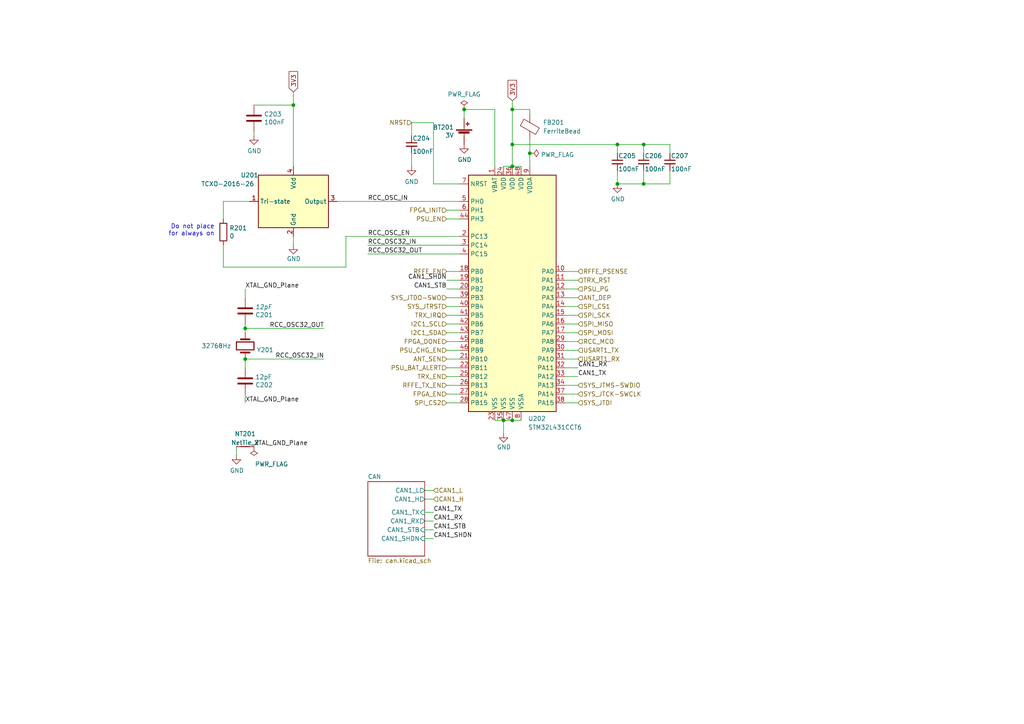
<source format=kicad_sch>
(kicad_sch (version 20211123) (generator eeschema)
  (paper "A4")
  (title_block (title "SIDLOC - MCU") (date "2022-03-10") (company "Libre Space Foundation"))
  (lib_symbols
    (symbol "Device:Battery_Cell" (pin_numbers hide) (pin_names (offset 0) hide)
      (property "Reference" "BT" (at 2.54 2.54 0))
      (property "Value" "Battery_Cell" (at 2.54 0 0))
      (symbol "Battery_Cell_0_1"
        (rectangle (start -2.286 1.778) (end 2.286 1.524) (fill (type outline)))
        (rectangle (start -1.5748 1.1938) (end 1.4732 0.6858) (fill (type outline)))
        (polyline (pts (xy 0 0.762) (xy 0 0)))
        (polyline (pts (xy 0 1.778) (xy 0 2.54)))
        (polyline (pts (xy 0.508 3.429) (xy 1.524 3.429)) (stroke (width 0.254)))
        (polyline (pts (xy 1.016 3.937) (xy 1.016 2.921)) (stroke (width 0.254)))
      )
      (symbol "Battery_Cell_1_1"
        (pin passive line (at 0 5.08 270) (length 2.54) (name "+") (number "1"))
        (pin passive line (at 0 -2.54 90) (length 2.54) (name "-") (number "2"))
      )
    )
    (symbol "Device:C" (pin_numbers hide) (pin_names (offset 0.254))
      (property "Reference" "C" (at 0.635 2.54 0))
      (property "Value" "C" (at 0.635 -2.54 0))
      (symbol "C_0_1"
        (polyline (pts (xy -2.032 -0.762) (xy 2.032 -0.762)) (stroke (width 0.508)))
        (polyline (pts (xy -2.032 0.762) (xy 2.032 0.762)) (stroke (width 0.508)))
      )
      (symbol "C_1_1"
        (pin passive line (at 0 3.81 270) (length 2.794) (name "~") (number "1"))
        (pin passive line (at 0 -3.81 90) (length 2.794) (name "~") (number "2"))
      )
    )
    (symbol "Device:C_Small" (pin_numbers hide) (pin_names (offset 0.254) hide)
      (property "Reference" "C" (at 0.254 1.778 0))
      (property "Value" "C_Small" (at 0.254 -2.032 0))
      (symbol "C_Small_0_1"
        (polyline (pts (xy -1.524 -0.508) (xy 1.524 -0.508)) (stroke (width 0.3302)))
        (polyline (pts (xy -1.524 0.508) (xy 1.524 0.508)) (stroke (width 0.3048)))
      )
      (symbol "C_Small_1_1"
        (pin passive line (at 0 2.54 270) (length 2.032) (name "~") (number "1"))
        (pin passive line (at 0 -2.54 90) (length 2.032) (name "~") (number "2"))
      )
    )
    (symbol "Device:Crystal" (pin_numbers hide) (pin_names (offset 1.016) hide)
      (property "Reference" "Y" (at 0 3.81 0))
      (property "Value" "Crystal" (at 0 -3.81 0))
      (symbol "Crystal_0_1"
        (rectangle (start -1.143 2.54) (end 1.143 -2.54) (stroke (width 0.3048)))
        (polyline (pts (xy -2.54 0) (xy -1.905 0)))
        (polyline (pts (xy -1.905 -1.27) (xy -1.905 1.27)) (stroke (width 0.508)))
        (polyline (pts (xy 1.905 -1.27) (xy 1.905 1.27)) (stroke (width 0.508)))
        (polyline (pts (xy 2.54 0) (xy 1.905 0)))
      )
      (symbol "Crystal_1_1"
        (pin passive line (at -3.81 0 0) (length 1.27) (name "1") (number "1"))
        (pin passive line (at 3.81 0 180) (length 1.27) (name "2") (number "2"))
      )
    )
    (symbol "Device:FerriteBead" (pin_numbers hide) (pin_names (offset 0))
      (property "Reference" "FB" (at -3.81 0.635 90))
      (property "Value" "FerriteBead" (at 3.81 0 90))
      (symbol "FerriteBead_0_1"
        (polyline (pts (xy 0 -1.27) (xy 0 -1.2192)))
        (polyline (pts (xy 0 1.27) (xy 0 1.2954)))
        (polyline (pts (xy -2.7686 0.4064) (xy -1.7018 2.2606) (xy 2.7686 -0.3048) (xy 1.6764 -2.159) (xy -2.7686 0.4064)))
      )
      (symbol "FerriteBead_1_1"
        (pin passive line (at 0 3.81 270) (length 2.54) (name "~") (number "1"))
        (pin passive line (at 0 -3.81 90) (length 2.54) (name "~") (number "2"))
      )
    )
    (symbol "Device:NetTie_2" (pin_numbers hide) (pin_names (offset 0) hide)
      (property "Reference" "NT" (at 0 1.27 0))
      (property "Value" "NetTie_2" (at 0 -1.27 0))
      (symbol "NetTie_2_0_1"
        (polyline (pts (xy -1.27 0) (xy 1.27 0)) (stroke (width 0.254)))
      )
      (symbol "NetTie_2_1_1"
        (pin passive line (at -2.54 0 0) (length 2.54) (name "1") (number "1"))
        (pin passive line (at 2.54 0 180) (length 2.54) (name "2") (number "2"))
      )
    )
    (symbol "Device:R" (pin_numbers hide) (pin_names (offset 0))
      (property "Reference" "R" (at 2.032 0 90))
      (property "Value" "R" (at 0 0 90))
      (symbol "R_0_1"
        (rectangle (start -1.016 -2.54) (end 1.016 2.54) (stroke (width 0.254)))
      )
      (symbol "R_1_1"
        (pin passive line (at 0 3.81 270) (length 1.27) (name "~") (number "1"))
        (pin passive line (at 0 -3.81 90) (length 1.27) (name "~") (number "2"))
      )
    )
    (symbol "MCU_ST_STM32L4:STM32L431CCTx"
      (property "Reference" "U" (at -12.7 34.29 0))
      (property "Value" "STM32L431CCTx" (at 7.62 34.29 0))
      (symbol "STM32L431CCTx_0_1"
        (rectangle (start -12.7 -35.56) (end 12.7 33.02) (stroke (width 0.254)) (fill (type background)))
      )
      (symbol "STM32L431CCTx_1_1"
        (pin power_in line (at -5.08 35.56 270) (length 2.54) (name "VBAT") (number "1"))
        (pin bidirectional line (at 15.24 5.08 180) (length 2.54) (name "PA0") (number "10"))
        (pin bidirectional line (at 15.24 2.54 180) (length 2.54) (name "PA1") (number "11"))
        (pin bidirectional line (at 15.24 0 180) (length 2.54) (name "PA2") (number "12"))
        (pin bidirectional line (at 15.24 -2.54 180) (length 2.54) (name "PA3") (number "13"))
        (pin bidirectional line (at 15.24 -5.08 180) (length 2.54) (name "PA4") (number "14"))
        (pin bidirectional line (at 15.24 -7.62 180) (length 2.54) (name "PA5") (number "15"))
        (pin bidirectional line (at 15.24 -10.16 180) (length 2.54) (name "PA6") (number "16"))
        (pin bidirectional line (at 15.24 -12.7 180) (length 2.54) (name "PA7") (number "17"))
        (pin bidirectional line (at -15.24 5.08 0) (length 2.54) (name "PB0") (number "18"))
        (pin bidirectional line (at -15.24 2.54 0) (length 2.54) (name "PB1") (number "19"))
        (pin bidirectional line (at -15.24 15.24 0) (length 2.54) (name "PC13") (number "2"))
        (pin bidirectional line (at -15.24 0 0) (length 2.54) (name "PB2") (number "20"))
        (pin bidirectional line (at -15.24 -20.32 0) (length 2.54) (name "PB10") (number "21"))
        (pin bidirectional line (at -15.24 -22.86 0) (length 2.54) (name "PB11") (number "22"))
        (pin power_in line (at -5.08 -38.1 90) (length 2.54) (name "VSS") (number "23"))
        (pin power_in line (at -2.54 35.56 270) (length 2.54) (name "VDD") (number "24"))
        (pin bidirectional line (at -15.24 -25.4 0) (length 2.54) (name "PB12") (number "25"))
        (pin bidirectional line (at -15.24 -27.94 0) (length 2.54) (name "PB13") (number "26"))
        (pin bidirectional line (at -15.24 -30.48 0) (length 2.54) (name "PB14") (number "27"))
        (pin bidirectional line (at -15.24 -33.02 0) (length 2.54) (name "PB15") (number "28"))
        (pin bidirectional line (at 15.24 -15.24 180) (length 2.54) (name "PA8") (number "29"))
        (pin bidirectional line (at -15.24 12.7 0) (length 2.54) (name "PC14") (number "3"))
        (pin bidirectional line (at 15.24 -17.78 180) (length 2.54) (name "PA9") (number "30"))
        (pin bidirectional line (at 15.24 -20.32 180) (length 2.54) (name "PA10") (number "31"))
        (pin bidirectional line (at 15.24 -22.86 180) (length 2.54) (name "PA11") (number "32"))
        (pin bidirectional line (at 15.24 -25.4 180) (length 2.54) (name "PA12") (number "33"))
        (pin bidirectional line (at 15.24 -27.94 180) (length 2.54) (name "PA13") (number "34"))
        (pin power_in line (at -2.54 -38.1 90) (length 2.54) (name "VSS") (number "35"))
        (pin power_in line (at 0 35.56 270) (length 2.54) (name "VDD") (number "36"))
        (pin bidirectional line (at 15.24 -30.48 180) (length 2.54) (name "PA14") (number "37"))
        (pin bidirectional line (at 15.24 -33.02 180) (length 2.54) (name "PA15") (number "38"))
        (pin bidirectional line (at -15.24 -2.54 0) (length 2.54) (name "PB3") (number "39"))
        (pin bidirectional line (at -15.24 10.16 0) (length 2.54) (name "PC15") (number "4"))
        (pin bidirectional line (at -15.24 -5.08 0) (length 2.54) (name "PB4") (number "40"))
        (pin bidirectional line (at -15.24 -7.62 0) (length 2.54) (name "PB5") (number "41"))
        (pin bidirectional line (at -15.24 -10.16 0) (length 2.54) (name "PB6") (number "42"))
        (pin bidirectional line (at -15.24 -12.7 0) (length 2.54) (name "PB7") (number "43"))
        (pin bidirectional line (at -15.24 20.32 0) (length 2.54) (name "PH3") (number "44"))
        (pin bidirectional line (at -15.24 -15.24 0) (length 2.54) (name "PB8") (number "45"))
        (pin bidirectional line (at -15.24 -17.78 0) (length 2.54) (name "PB9") (number "46"))
        (pin power_in line (at 0 -38.1 90) (length 2.54) (name "VSS") (number "47"))
        (pin power_in line (at 2.54 35.56 270) (length 2.54) (name "VDD") (number "48"))
        (pin input line (at -15.24 25.4 0) (length 2.54) (name "PH0") (number "5"))
        (pin input line (at -15.24 22.86 0) (length 2.54) (name "PH1") (number "6"))
        (pin input line (at -15.24 30.48 0) (length 2.54) (name "NRST") (number "7"))
        (pin power_in line (at 2.54 -38.1 90) (length 2.54) (name "VSSA") (number "8"))
        (pin power_in line (at 5.08 35.56 270) (length 2.54) (name "VDDA") (number "9"))
      )
    )
    (symbol "lsf-kicad:ECS-TXO-2520"
      (property "Reference" "U" (at 10.16 10.16 0))
      (property "Value" "ECS-TXO-2520" (at -10.16 10.16 0))
      (symbol "ECS-TXO-2520_0_0"
        (text "" (at 19.05 -2.54 0) (effects (font (size 1.27 1.27))))
        (text "" (at 21.59 -6.35 0) (effects (font (size 1.27 1.27))))
      )
      (symbol "ECS-TXO-2520_0_1"
        (rectangle (start -10.16 7.62) (end 10.16 -7.62) (stroke (width 0.254)) (fill (type background)))
      )
      (symbol "ECS-TXO-2520_1_1"
        (pin input line (at -12.7 0 0) (length 2.54) (name "Tri-state") (number "1"))
        (pin power_in line (at 0 -10.16 90) (length 2.54) (name "Gnd") (number "2"))
        (pin output line (at 12.7 0 180) (length 2.54) (name "Output") (number "3"))
        (pin power_in line (at 0 10.16 270) (length 2.54) (name "Vdd") (number "4"))
      )
    )
    (symbol "power:GND" (power) (pin_names (offset 0))
      (property "Value" "GND" (at 0 -3.81 0))
      (symbol "GND_0_1"
        (polyline (pts (xy 0 0) (xy 0 -1.27) (xy 1.27 -1.27) (xy 0 -2.54) (xy -1.27 -1.27) (xy 0 -1.27)))
      )
      (symbol "GND_1_1"
        (pin power_in line (at 0 0 270) (length 0) hide (name "GND") (number "1"))
      )
    )
    (symbol "power:PWR_FLAG" (power) (pin_numbers hide) (pin_names (offset 0) hide)
      (property "Value" "PWR_FLAG" (at 0 3.81 0))
      (symbol "PWR_FLAG_0_0"
        (pin power_out line (at 0 0 90) (length 0) (name "pwr") (number "1"))
      )
      (symbol "PWR_FLAG_0_1"
        (polyline (pts (xy 0 0) (xy 0 1.27) (xy -1.016 1.905) (xy 0 2.54) (xy 1.016 1.905) (xy 0 1.27)))
      )
    )
  )
  (junction (at 71.12 95.25))
  (junction (at 153.67 44.45))
  (junction (at 179.07 53.34))
  (junction (at 179.07 41.91))
  (junction (at 134.62 31.75))
  (junction (at 148.59 48.26))
  (junction (at 146.05 121.92))
  (junction (at 186.69 53.34))
  (junction (at 85.09 30.48))
  (junction (at 71.12 104.14))
  (junction (at 186.69 41.91))
  (junction (at 148.59 121.92))
  (junction (at 148.59 31.75))
  (junction (at 148.59 41.91))
  (wire (pts (xy 133.35 111.76) (xy 129.54 111.76)))
  (wire (pts (xy 71.12 95.25) (xy 71.12 96.52)))
  (wire (pts (xy 133.35 104.14) (xy 129.54 104.14)))
  (wire (pts (xy 133.35 109.22) (xy 129.54 109.22)))
  (wire (pts (xy 148.59 41.91) (xy 148.59 48.26)))
  (wire (pts (xy 119.38 44.45) (xy 119.38 48.26)))
  (wire (pts (xy 129.54 114.3) (xy 133.35 114.3)))
  (wire (pts (xy 129.54 93.98) (xy 133.35 93.98)))
  (wire (pts (xy 153.67 33.02) (xy 153.67 31.75)))
  (wire (pts (xy 134.62 31.75) (xy 134.62 34.29)))
  (wire (pts (xy 125.73 35.56) (xy 125.73 53.34)))
  (wire (pts (xy 186.69 53.34) (xy 194.31 53.34)))
  (wire (pts (xy 143.51 31.75) (xy 134.62 31.75)))
  (wire (pts (xy 85.09 26.67) (xy 85.09 30.48)))
  (wire (pts (xy 186.69 41.91) (xy 186.69 44.45)))
  (wire (pts (xy 153.67 44.45) (xy 153.67 48.26)))
  (wire (pts (xy 153.67 40.64) (xy 153.67 44.45)))
  (wire (pts (xy 100.33 77.47) (xy 100.33 68.58)))
  (wire (pts (xy 163.83 78.74) (xy 167.64 78.74)))
  (wire (pts (xy 123.19 156.21) (xy 125.73 156.21)))
  (wire (pts (xy 123.19 153.67) (xy 125.73 153.67)))
  (wire (pts (xy 64.77 63.5) (xy 64.77 58.42)))
  (wire (pts (xy 163.83 109.22) (xy 167.64 109.22)))
  (wire (pts (xy 85.09 68.58) (xy 85.09 71.12)))
  (wire (pts (xy 163.83 104.14) (xy 167.64 104.14)))
  (wire (pts (xy 129.54 63.5) (xy 133.35 63.5)))
  (wire (pts (xy 163.83 99.06) (xy 167.64 99.06)))
  (wire (pts (xy 179.07 41.91) (xy 186.69 41.91)))
  (wire (pts (xy 133.35 78.74) (xy 129.54 78.74)))
  (wire (pts (xy 68.58 132.08) (xy 68.58 129.54)))
  (wire (pts (xy 186.69 49.53) (xy 186.69 53.34)))
  (wire (pts (xy 71.12 86.36) (xy 71.12 83.82)))
  (wire (pts (xy 125.73 35.56) (xy 119.38 35.56)))
  (wire (pts (xy 106.68 73.66) (xy 133.35 73.66)))
  (wire (pts (xy 163.83 96.52) (xy 167.64 96.52)))
  (wire (pts (xy 106.68 71.12) (xy 133.35 71.12)))
  (wire (pts (xy 194.31 44.45) (xy 194.31 41.91)))
  (wire (pts (xy 97.79 58.42) (xy 133.35 58.42)))
  (wire (pts (xy 71.12 116.84) (xy 71.12 114.3)))
  (wire (pts (xy 64.77 58.42) (xy 72.39 58.42)))
  (wire (pts (xy 163.83 81.28) (xy 167.64 81.28)))
  (wire (pts (xy 73.66 39.37) (xy 73.66 38.1)))
  (wire (pts (xy 163.83 93.98) (xy 167.64 93.98)))
  (wire (pts (xy 133.35 106.68) (xy 129.54 106.68)))
  (wire (pts (xy 146.05 48.26) (xy 148.59 48.26)))
  (wire (pts (xy 71.12 106.68) (xy 71.12 104.14)))
  (wire (pts (xy 163.83 88.9) (xy 167.64 88.9)))
  (wire (pts (xy 163.83 83.82) (xy 167.64 83.82)))
  (wire (pts (xy 163.83 116.84) (xy 167.64 116.84)))
  (wire (pts (xy 71.12 93.98) (xy 71.12 95.25)))
  (wire (pts (xy 179.07 53.34) (xy 186.69 53.34)))
  (wire (pts (xy 129.54 116.84) (xy 133.35 116.84)))
  (wire (pts (xy 163.83 106.68) (xy 167.64 106.68)))
  (wire (pts (xy 153.67 31.75) (xy 148.59 31.75)))
  (wire (pts (xy 71.12 104.14) (xy 93.98 104.14)))
  (wire (pts (xy 163.83 101.6) (xy 167.64 101.6)))
  (wire (pts (xy 85.09 30.48) (xy 85.09 48.26)))
  (wire (pts (xy 163.83 114.3) (xy 167.64 114.3)))
  (wire (pts (xy 133.35 81.28) (xy 129.54 81.28)))
  (wire (pts (xy 133.35 68.58) (xy 100.33 68.58)))
  (wire (pts (xy 146.05 121.92) (xy 146.05 125.73)))
  (wire (pts (xy 133.35 91.44) (xy 129.54 91.44)))
  (wire (pts (xy 123.19 148.59) (xy 125.73 148.59)))
  (wire (pts (xy 133.35 53.34) (xy 125.73 53.34)))
  (wire (pts (xy 123.19 144.78) (xy 125.73 144.78)))
  (wire (pts (xy 148.59 29.21) (xy 148.59 31.75)))
  (wire (pts (xy 146.05 121.92) (xy 148.59 121.92)))
  (wire (pts (xy 148.59 48.26) (xy 151.13 48.26)))
  (wire (pts (xy 143.51 121.92) (xy 146.05 121.92)))
  (wire (pts (xy 64.77 77.47) (xy 100.33 77.47)))
  (wire (pts (xy 163.83 91.44) (xy 167.64 91.44)))
  (wire (pts (xy 148.59 41.91) (xy 179.07 41.91)))
  (wire (pts (xy 119.38 35.56) (xy 119.38 39.37)))
  (wire (pts (xy 123.19 151.13) (xy 125.73 151.13)))
  (wire (pts (xy 163.83 86.36) (xy 167.64 86.36)))
  (wire (pts (xy 186.69 41.91) (xy 194.31 41.91)))
  (wire (pts (xy 133.35 88.9) (xy 129.54 88.9)))
  (wire (pts (xy 179.07 49.53) (xy 179.07 53.34)))
  (wire (pts (xy 73.66 30.48) (xy 85.09 30.48)))
  (wire (pts (xy 194.31 53.34) (xy 194.31 49.53)))
  (wire (pts (xy 133.35 86.36) (xy 129.54 86.36)))
  (wire (pts (xy 133.35 99.06) (xy 129.54 99.06)))
  (wire (pts (xy 133.35 101.6) (xy 129.54 101.6)))
  (wire (pts (xy 163.83 111.76) (xy 167.64 111.76)))
  (wire (pts (xy 71.12 95.25) (xy 93.98 95.25)))
  (wire (pts (xy 129.54 96.52) (xy 133.35 96.52)))
  (wire (pts (xy 133.35 60.96) (xy 129.54 60.96)))
  (wire (pts (xy 133.35 83.82) (xy 129.54 83.82)))
  (wire (pts (xy 179.07 41.91) (xy 179.07 44.45)))
  (wire (pts (xy 123.19 142.24) (xy 125.73 142.24)))
  (wire (pts (xy 148.59 31.75) (xy 148.59 41.91)))
  (wire (pts (xy 143.51 48.26) (xy 143.51 31.75)))
  (wire (pts (xy 148.59 121.92) (xy 151.13 121.92)))
  (wire (pts (xy 64.77 77.47) (xy 64.77 71.12)))
  (text "Do not place\nfor always on" (at 62.23 68.58 180) (effects (font (size 1.27 1.27)) (justify right bottom)))
  (label "XTAL_GND_Plane" (at 73.66 129.54 0))
  (label "CAN1_TX" (at 167.64 109.22 0))
  (label "RCC_OSC_EN" (at 106.68 68.58 0))
  (label "CAN1_STB" (at 129.54 83.82 180))
  (label "CAN1_SHDN" (at 129.54 81.28 180))
  (label "CAN1_SHDN" (at 125.73 156.21 0))
  (label "XTAL_GND_Plane" (at 71.12 83.82 0))
  (label "RCC_OSC32_IN" (at 106.68 71.12 0))
  (label "CAN1_RX" (at 167.64 106.68 0))
  (label "CAN1_TX" (at 125.73 148.59 0))
  (label "RCC_OSC32_IN" (at 93.98 104.14 180))
  (label "RCC_OSC32_OUT" (at 106.68 73.66 0))
  (label "XTAL_GND_Plane" (at 71.12 116.84 0))
  (label "CAN1_STB" (at 125.73 153.67 0))
  (label "RCC_OSC32_OUT" (at 93.98 95.25 180))
  (label "RCC_OSC_IN" (at 106.68 58.42 0))
  (label "CAN1_RX" (at 125.73 151.13 0))
  (global_label "3V3" (shape input) (at 148.59 29.21 90) (property "Intersheet References" "${INTERSHEET_REFS}" (effects hide)))
  (global_label "3V3" (shape input) (at 85.09 26.67 90) (property "Intersheet References" "${INTERSHEET_REFS}" (effects hide)))
  (hierarchical_label "RCC_MCO" (shape input) (at 167.64 99.06 0))
  (hierarchical_label "PSU_PG" (shape input) (at 167.64 83.82 0))
  (hierarchical_label "PSU_CHG_EN" (shape input) (at 129.54 101.6 180))
  (hierarchical_label "FPGA_DONE" (shape input) (at 129.54 99.06 180))
  (hierarchical_label "SPI_MISO" (shape input) (at 167.64 93.98 0))
  (hierarchical_label "SYS_JTMS-SWDIO" (shape input) (at 167.64 111.76 0))
  (hierarchical_label "TRX_EN" (shape input) (at 129.54 109.22 180))
  (hierarchical_label "ANT_DEP" (shape input) (at 167.64 86.36 0))
  (hierarchical_label "RFFE_EN" (shape input) (at 129.54 78.74 180))
  (hierarchical_label "SPI_SCK" (shape input) (at 167.64 91.44 0))
  (hierarchical_label "PSU_BAT_ALERT" (shape input) (at 129.54 106.68 180))
  (hierarchical_label "FPGA_INIT" (shape input) (at 129.54 60.96 180))
  (hierarchical_label "SYS_JTCK-SWCLK" (shape input) (at 167.64 114.3 0))
  (hierarchical_label "SPI_CS1" (shape input) (at 167.64 88.9 0))
  (hierarchical_label "I2C1_SCL" (shape input) (at 129.54 93.98 180))
  (hierarchical_label "SYS_JTRST" (shape input) (at 129.54 88.9 180))
  (hierarchical_label "CAN1_H" (shape input) (at 125.73 144.78 0))
  (hierarchical_label "SYS_JTDI" (shape input) (at 167.64 116.84 0))
  (hierarchical_label "I2C1_SDA" (shape input) (at 129.54 96.52 180))
  (hierarchical_label "SYS_JTDO-SWO" (shape input) (at 129.54 86.36 180))
  (hierarchical_label "RFFE_TX_EN" (shape input) (at 129.54 111.76 180))
  (hierarchical_label "SPI_MOSI" (shape input) (at 167.64 96.52 0))
  (hierarchical_label "PSU_EN" (shape input) (at 129.54 63.5 180))
  (hierarchical_label "USART1_RX" (shape input) (at 167.64 104.14 0))
  (hierarchical_label "CAN1_L" (shape input) (at 125.73 142.24 0))
  (hierarchical_label "SPI_CS2" (shape input) (at 129.54 116.84 180))
  (hierarchical_label "RFFE_PSENSE" (shape input) (at 167.64 78.74 0))
  (hierarchical_label "TRX_IRQ" (shape input) (at 129.54 91.44 180))
  (hierarchical_label "ANT_SEN" (shape input) (at 129.54 104.14 180))
  (hierarchical_label "FPGA_EN" (shape input) (at 129.54 114.3 180))
  (hierarchical_label "NRST" (shape input) (at 119.38 35.56 180))
  (hierarchical_label "USART1_TX" (shape input) (at 167.64 101.6 0))
  (hierarchical_label "TRX_RST" (shape input) (at 167.64 81.28 0))
  (symbol (lib_id "power:GND") (at 73.66 39.37 0) (unit 1)
    (property "Reference" "#PWR0202" (effects hide))
    (property "Value" "GND" (at 73.787 43.7642 0))
  )
  (symbol (lib_id "Device:C_Small") (at 119.38 41.91 0) (unit 1)
    (property "Reference" "C204" (at 119.634 40.132 0) (effects (justify left)))
    (property "Value" "100nF" (at 119.634 43.942 0) (effects (justify left)))
    (property "Footprint" "Capacitor_SMD:C_0402_1005Metric" (effects hide))
    (property "Part Number" "C0603C104K9RACTU" (effects hide))
  )
  (symbol (lib_id "power:GND") (at 146.05 125.73 0) (unit 1)
    (property "Reference" "#PWR0206" (effects hide))
    (property "Value" "GND" (at 146.1516 129.667 0))
  )
  (symbol (lib_id "Device:C_Small") (at 186.69 46.99 0) (unit 1)
    (property "Reference" "C206" (at 186.944 45.212 0) (effects (justify left)))
    (property "Value" "100nF" (at 186.944 49.022 0) (effects (justify left)))
    (property "Footprint" "Capacitor_SMD:C_0402_1005Metric" (effects hide))
    (property "Part Number" "C0603C104K9RACTU" (effects hide))
  )
  (symbol (lib_id "power:GND") (at 85.09 71.12 0) (unit 1)
    (property "Reference" "#PWR0203" (effects hide))
    (property "Value" "GND" (at 85.1916 75.057 0))
  )
  (symbol (lib_id "power:GND") (at 68.58 132.08 0) (unit 1)
    (property "Reference" "#PWR0201" (effects hide))
    (property "Value" "GND" (at 68.707 136.4742 0))
  )
  (symbol (lib_id "Device:C_Small") (at 179.07 46.99 0) (unit 1)
    (property "Reference" "C205" (at 179.324 45.212 0) (effects (justify left)))
    (property "Value" "100nF" (at 179.324 49.022 0) (effects (justify left)))
    (property "Footprint" "Capacitor_SMD:C_0603_1608Metric_Pad1.05x0.95mm_HandSolder" (effects hide))
    (property "Part Number" "C0603C104K9RACTU" (effects hide))
  )
  (symbol (lib_id "MCU_ST_STM32L4:STM32L431CCTx") (at 148.59 83.82 0) (unit 1)
    (property "Reference" "U202" (at 153.1494 121.4104 0) (effects (justify left)))
    (property "Value" "STM32L431CCT6" (at 153.1494 123.9473 0) (effects (justify left)))
    (property "Footprint" "Package_QFP:LQFP-48_7x7mm_P0.5mm" (effects hide))
    (property "Datasheet" "http://www.st.com/st-web-ui/static/active/en/resource/technical/document/datasheet/DM00257211.pdf" (effects hide))
  )
  (symbol (lib_id "Device:C_Small") (at 194.31 46.99 0) (unit 1)
    (property "Reference" "C207" (at 194.564 45.212 0) (effects (justify left)))
    (property "Value" "100nF" (at 194.564 49.022 0) (effects (justify left)))
    (property "Footprint" "Capacitor_SMD:C_0402_1005Metric" (effects hide))
    (property "Part Number" "C0603C104K9RACTU" (effects hide))
  )
  (symbol (lib_id "Device:R") (at 64.77 67.31 0) (unit 1)
    (property "Reference" "R201" (at 66.548 66.1416 0) (effects (justify left)))
    (property "Value" "0" (at 66.548 68.453 0) (effects (justify left)))
    (property "Footprint" "Resistor_SMD:R_0402_1005Metric" (effects hide))
    (property "PartNumber" "CRCW04020000Z0EDC" (effects hide))
  )
  (symbol (lib_id "power:GND") (at 119.38 48.26 0) (unit 1)
    (property "Reference" "#PWR0204" (effects hide))
    (property "Value" "GND" (at 119.38 52.7034 0))
  )
  (symbol (lib_id "Device:C") (at 71.12 110.49 0) (mirror x) (unit 1)
    (property "Reference" "C202" (at 74.041 111.6584 0) (effects (justify left)))
    (property "Value" "12pF" (at 74.041 109.347 0) (effects (justify left)))
    (property "Footprint" "Capacitor_SMD:C_0402_1005Metric" (effects hide))
    (property "PartNumber" "CBR04C120F3GAC" (effects hide))
  )
  (symbol (lib_id "power:PWR_FLAG") (at 73.66 129.54 180) (unit 1)
    (property "Reference" "#FLG0201" (effects hide))
    (property "Value" "PWR_FLAG" (at 78.74 134.62 0))
  )
  (symbol (lib_id "Device:FerriteBead") (at 153.67 36.83 0) (unit 1)
    (property "Reference" "FB201" (at 157.48 35.5091 0) (effects (justify left)))
    (property "Value" "FerriteBead" (at 157.48 38.0491 0) (effects (justify left)))
    (property "Footprint" "Inductor_SMD:L_0603_1608Metric" (effects hide))
  )
  (symbol (lib_id "power:GND") (at 179.07 53.34 0) (unit 1)
    (property "Reference" "#PWR0207" (effects hide))
    (property "Value" "GND" (at 179.197 57.7342 0))
  )
  (symbol (lib_id "power:PWR_FLAG") (at 153.67 44.45 270) (unit 1)
    (property "Reference" "#FLG0205" (effects hide))
    (property "Value" "PWR_FLAG" (at 156.845 44.8838 90) (effects (justify left)))
  )
  (symbol (lib_id "lsf-kicad:ECS-TXO-2520") (at 85.09 58.42 0) (unit 1)
    (property "Reference" "U201" (at 72.39 50.8 0))
    (property "Value" "TCXO-2016-26" (at 66.04 53.34 0))
    (property "Footprint" "lsf-kicad-lib:Oscillator_SMD_ECS_TXO-2016-xx-xxx-4Pin_2x1.6mm" (effects hide))
    (property "Datasheet" "https://www.mouser.com/datasheet/2/905/ndk_08142018_NT2016SA-26.000000MHZ-NBG2-1389008.pdf" (effects hide))
  )
  (symbol (lib_id "Device:C") (at 71.12 90.17 0) (mirror x) (unit 1)
    (property "Reference" "C201" (at 74.041 91.3384 0) (effects (justify left)))
    (property "Value" "12pF" (at 74.041 89.027 0) (effects (font italic) (justify left)))
    (property "Footprint" "Capacitor_SMD:C_0402_1005Metric" (effects hide))
    (property "PartNumber" "CBR04C120F3GAC" (effects hide))
  )
  (symbol (lib_id "Device:NetTie_2") (at 71.12 129.54 0) (unit 1)
    (property "Reference" "NT201" (at 71.12 125.8402 0))
    (property "Value" "NetTie_2" (at 71.12 128.3771 0))
    (property "Footprint" "NetTie:NetTie-2_SMD_Pad0.5mm" (effects hide))
  )
  (symbol (lib_id "power:GND") (at 134.62 41.91 0) (unit 1)
    (property "Reference" "#PWR0205" (effects hide))
    (property "Value" "GND" (at 134.747 46.3042 0))
  )
  (symbol (lib_id "power:PWR_FLAG") (at 134.62 31.75 0) (unit 1)
    (property "Reference" "#FLG0203" (effects hide))
    (property "Value" "PWR_FLAG" (at 134.62 27.3558 0))
  )
  (symbol (lib_id "Device:C") (at 73.66 34.29 0) (unit 1)
    (property "Reference" "C203" (at 76.581 33.1216 0) (effects (justify left)))
    (property "Value" "100nF" (at 76.581 35.433 0) (effects (justify left)))
    (property "Footprint" "Capacitor_SMD:C_0402_1005Metric" (effects hide))
    (property "PartNumber" "CC0402KRX7R7BB104" (effects hide))
  )
  (symbol (lib_id "Device:Battery_Cell") (at 134.62 39.37 0) (unit 1)
    (property "Reference" "BT201" (at 131.6482 36.9316 0) (effects (justify right)))
    (property "Value" "3V" (at 131.6482 39.243 0) (effects (justify right)))
    (property "Footprint" "Battery:BatteryHolder_Keystone_3000_1x12mm" (effects hide))
    (property "PartNumber" "3000" (effects hide))
  )
  (symbol (lib_id "Device:Crystal") (at 71.12 100.33 270) (mirror x) (unit 1)
    (property "Reference" "Y201" (at 74.4474 101.4984 90) (effects (justify left)))
    (property "Value" "32768Hz" (at 58.42 100.33 90) (effects (justify left)))
    (property "Footprint" "Crystal:Crystal_SMD_3215-2Pin_3.2x1.5mm" (effects hide))
    (property "PartNumber" "ABS07-32.768KHZ-7-T" (effects hide))
  )
  (sheet (at 106.68 139.7) (size 16.51 21.59) (stroke (width 0.1524))
    (property "Sheet name" "CAN" (at 106.68 138.9884 0) (effects (justify left bottom)))
    (property "Sheet file" "can.kicad_sch" (at 106.68 161.8746 0) (effects (justify left top)))
    (pin "CAN1_TX" input (at 123.19 148.59 0))
    (pin "CAN1_RX" output (at 123.19 151.13 0))
    (pin "CAN1_H" output (at 123.19 144.78 0))
    (pin "CAN1_L" output (at 123.19 142.24 0))
    (pin "CAN1_STB" input (at 123.19 153.67 0))
    (pin "CAN1_SHDN" input (at 123.19 156.21 0))
  )
)
</source>
